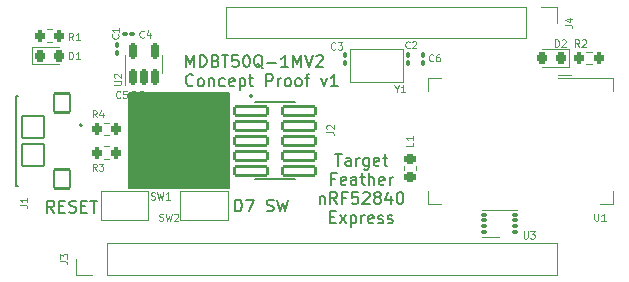
<source format=gbr>
%TF.GenerationSoftware,KiCad,Pcbnew,7.0.1-0*%
%TF.CreationDate,2024-01-09T13:00:13-05:00*%
%TF.ProjectId,nRF52_sandbox,6e524635-325f-4736-916e-64626f782e6b,rev?*%
%TF.SameCoordinates,Original*%
%TF.FileFunction,Legend,Top*%
%TF.FilePolarity,Positive*%
%FSLAX46Y46*%
G04 Gerber Fmt 4.6, Leading zero omitted, Abs format (unit mm)*
G04 Created by KiCad (PCBNEW 7.0.1-0) date 2024-01-09 13:00:13*
%MOMM*%
%LPD*%
G01*
G04 APERTURE LIST*
G04 Aperture macros list*
%AMRoundRect*
0 Rectangle with rounded corners*
0 $1 Rounding radius*
0 $2 $3 $4 $5 $6 $7 $8 $9 X,Y pos of 4 corners*
0 Add a 4 corners polygon primitive as box body*
4,1,4,$2,$3,$4,$5,$6,$7,$8,$9,$2,$3,0*
0 Add four circle primitives for the rounded corners*
1,1,$1+$1,$2,$3*
1,1,$1+$1,$4,$5*
1,1,$1+$1,$6,$7*
1,1,$1+$1,$8,$9*
0 Add four rect primitives between the rounded corners*
20,1,$1+$1,$2,$3,$4,$5,0*
20,1,$1+$1,$4,$5,$6,$7,0*
20,1,$1+$1,$6,$7,$8,$9,0*
20,1,$1+$1,$8,$9,$2,$3,0*%
G04 Aperture macros list end*
%ADD10C,0.150000*%
%ADD11C,0.100000*%
%ADD12C,0.120000*%
%ADD13C,0.200000*%
%ADD14C,0.127000*%
%ADD15RoundRect,0.200000X-0.200000X-0.275000X0.200000X-0.275000X0.200000X0.275000X-0.200000X0.275000X0*%
%ADD16R,1.700000X1.700000*%
%ADD17O,1.700000X1.700000*%
%ADD18RoundRect,0.150000X0.150000X-0.512500X0.150000X0.512500X-0.150000X0.512500X-0.150000X-0.512500X0*%
%ADD19RoundRect,0.100000X0.100000X-0.130000X0.100000X0.130000X-0.100000X0.130000X-0.100000X-0.130000X0*%
%ADD20RoundRect,0.218750X0.256250X-0.218750X0.256250X0.218750X-0.256250X0.218750X-0.256250X-0.218750X0*%
%ADD21RoundRect,0.100000X-0.130000X-0.100000X0.130000X-0.100000X0.130000X0.100000X-0.130000X0.100000X0*%
%ADD22R,0.800000X1.700000*%
%ADD23RoundRect,0.102000X-1.395000X0.370000X-1.395000X-0.370000X1.395000X-0.370000X1.395000X0.370000X0*%
%ADD24R,1.350000X0.400000*%
%ADD25O,2.004000X1.104000*%
%ADD26RoundRect,0.102000X-0.700000X0.800000X-0.700000X-0.800000X0.700000X-0.800000X0.700000X0.800000X0*%
%ADD27RoundRect,0.102000X-0.950000X0.950000X-0.950000X-0.950000X0.950000X-0.950000X0.950000X0.950000X0*%
%ADD28RoundRect,0.087500X0.175000X0.087500X-0.175000X0.087500X-0.175000X-0.087500X0.175000X-0.087500X0*%
%ADD29R,0.400000X0.600000*%
%ADD30R,0.600000X0.400000*%
%ADD31R,1.000000X1.800000*%
%ADD32RoundRect,0.100000X0.130000X0.100000X-0.130000X0.100000X-0.130000X-0.100000X0.130000X-0.100000X0*%
%ADD33RoundRect,0.218750X-0.218750X-0.256250X0.218750X-0.256250X0.218750X0.256250X-0.218750X0.256250X0*%
%ADD34RoundRect,0.100000X-0.100000X0.130000X-0.100000X-0.130000X0.100000X-0.130000X0.100000X0.130000X0*%
%ADD35RoundRect,0.218750X0.218750X0.256250X-0.218750X0.256250X-0.218750X-0.256250X0.218750X-0.256250X0*%
G04 APERTURE END LIST*
D10*
X108638095Y-94477619D02*
X108638095Y-93477619D01*
X108638095Y-93477619D02*
X108876190Y-93477619D01*
X108876190Y-93477619D02*
X109019047Y-93525238D01*
X109019047Y-93525238D02*
X109114285Y-93620476D01*
X109114285Y-93620476D02*
X109161904Y-93715714D01*
X109161904Y-93715714D02*
X109209523Y-93906190D01*
X109209523Y-93906190D02*
X109209523Y-94049047D01*
X109209523Y-94049047D02*
X109161904Y-94239523D01*
X109161904Y-94239523D02*
X109114285Y-94334761D01*
X109114285Y-94334761D02*
X109019047Y-94430000D01*
X109019047Y-94430000D02*
X108876190Y-94477619D01*
X108876190Y-94477619D02*
X108638095Y-94477619D01*
X109542857Y-93477619D02*
X110209523Y-93477619D01*
X110209523Y-93477619D02*
X109780952Y-94477619D01*
X111304762Y-94430000D02*
X111447619Y-94477619D01*
X111447619Y-94477619D02*
X111685714Y-94477619D01*
X111685714Y-94477619D02*
X111780952Y-94430000D01*
X111780952Y-94430000D02*
X111828571Y-94382380D01*
X111828571Y-94382380D02*
X111876190Y-94287142D01*
X111876190Y-94287142D02*
X111876190Y-94191904D01*
X111876190Y-94191904D02*
X111828571Y-94096666D01*
X111828571Y-94096666D02*
X111780952Y-94049047D01*
X111780952Y-94049047D02*
X111685714Y-94001428D01*
X111685714Y-94001428D02*
X111495238Y-93953809D01*
X111495238Y-93953809D02*
X111400000Y-93906190D01*
X111400000Y-93906190D02*
X111352381Y-93858571D01*
X111352381Y-93858571D02*
X111304762Y-93763333D01*
X111304762Y-93763333D02*
X111304762Y-93668095D01*
X111304762Y-93668095D02*
X111352381Y-93572857D01*
X111352381Y-93572857D02*
X111400000Y-93525238D01*
X111400000Y-93525238D02*
X111495238Y-93477619D01*
X111495238Y-93477619D02*
X111733333Y-93477619D01*
X111733333Y-93477619D02*
X111876190Y-93525238D01*
X112209524Y-93477619D02*
X112447619Y-94477619D01*
X112447619Y-94477619D02*
X112638095Y-93763333D01*
X112638095Y-93763333D02*
X112828571Y-94477619D01*
X112828571Y-94477619D02*
X113066667Y-93477619D01*
X93309523Y-94577619D02*
X92976190Y-94101428D01*
X92738095Y-94577619D02*
X92738095Y-93577619D01*
X92738095Y-93577619D02*
X93119047Y-93577619D01*
X93119047Y-93577619D02*
X93214285Y-93625238D01*
X93214285Y-93625238D02*
X93261904Y-93672857D01*
X93261904Y-93672857D02*
X93309523Y-93768095D01*
X93309523Y-93768095D02*
X93309523Y-93910952D01*
X93309523Y-93910952D02*
X93261904Y-94006190D01*
X93261904Y-94006190D02*
X93214285Y-94053809D01*
X93214285Y-94053809D02*
X93119047Y-94101428D01*
X93119047Y-94101428D02*
X92738095Y-94101428D01*
X93738095Y-94053809D02*
X94071428Y-94053809D01*
X94214285Y-94577619D02*
X93738095Y-94577619D01*
X93738095Y-94577619D02*
X93738095Y-93577619D01*
X93738095Y-93577619D02*
X94214285Y-93577619D01*
X94595238Y-94530000D02*
X94738095Y-94577619D01*
X94738095Y-94577619D02*
X94976190Y-94577619D01*
X94976190Y-94577619D02*
X95071428Y-94530000D01*
X95071428Y-94530000D02*
X95119047Y-94482380D01*
X95119047Y-94482380D02*
X95166666Y-94387142D01*
X95166666Y-94387142D02*
X95166666Y-94291904D01*
X95166666Y-94291904D02*
X95119047Y-94196666D01*
X95119047Y-94196666D02*
X95071428Y-94149047D01*
X95071428Y-94149047D02*
X94976190Y-94101428D01*
X94976190Y-94101428D02*
X94785714Y-94053809D01*
X94785714Y-94053809D02*
X94690476Y-94006190D01*
X94690476Y-94006190D02*
X94642857Y-93958571D01*
X94642857Y-93958571D02*
X94595238Y-93863333D01*
X94595238Y-93863333D02*
X94595238Y-93768095D01*
X94595238Y-93768095D02*
X94642857Y-93672857D01*
X94642857Y-93672857D02*
X94690476Y-93625238D01*
X94690476Y-93625238D02*
X94785714Y-93577619D01*
X94785714Y-93577619D02*
X95023809Y-93577619D01*
X95023809Y-93577619D02*
X95166666Y-93625238D01*
X95595238Y-94053809D02*
X95928571Y-94053809D01*
X96071428Y-94577619D02*
X95595238Y-94577619D01*
X95595238Y-94577619D02*
X95595238Y-93577619D01*
X95595238Y-93577619D02*
X96071428Y-93577619D01*
X96357143Y-93577619D02*
X96928571Y-93577619D01*
X96642857Y-94577619D02*
X96642857Y-93577619D01*
X99625000Y-84500000D02*
X108125000Y-84500000D01*
X108125000Y-92500000D01*
X99625000Y-92500000D01*
X99625000Y-84500000D01*
G36*
X99625000Y-84500000D02*
G01*
X108125000Y-84500000D01*
X108125000Y-92500000D01*
X99625000Y-92500000D01*
X99625000Y-84500000D01*
G37*
X117085714Y-89617619D02*
X117657142Y-89617619D01*
X117371428Y-90617619D02*
X117371428Y-89617619D01*
X118419047Y-90617619D02*
X118419047Y-90093809D01*
X118419047Y-90093809D02*
X118371428Y-89998571D01*
X118371428Y-89998571D02*
X118276190Y-89950952D01*
X118276190Y-89950952D02*
X118085714Y-89950952D01*
X118085714Y-89950952D02*
X117990476Y-89998571D01*
X118419047Y-90570000D02*
X118323809Y-90617619D01*
X118323809Y-90617619D02*
X118085714Y-90617619D01*
X118085714Y-90617619D02*
X117990476Y-90570000D01*
X117990476Y-90570000D02*
X117942857Y-90474761D01*
X117942857Y-90474761D02*
X117942857Y-90379523D01*
X117942857Y-90379523D02*
X117990476Y-90284285D01*
X117990476Y-90284285D02*
X118085714Y-90236666D01*
X118085714Y-90236666D02*
X118323809Y-90236666D01*
X118323809Y-90236666D02*
X118419047Y-90189047D01*
X118895238Y-90617619D02*
X118895238Y-89950952D01*
X118895238Y-90141428D02*
X118942857Y-90046190D01*
X118942857Y-90046190D02*
X118990476Y-89998571D01*
X118990476Y-89998571D02*
X119085714Y-89950952D01*
X119085714Y-89950952D02*
X119180952Y-89950952D01*
X119942857Y-89950952D02*
X119942857Y-90760476D01*
X119942857Y-90760476D02*
X119895238Y-90855714D01*
X119895238Y-90855714D02*
X119847619Y-90903333D01*
X119847619Y-90903333D02*
X119752381Y-90950952D01*
X119752381Y-90950952D02*
X119609524Y-90950952D01*
X119609524Y-90950952D02*
X119514286Y-90903333D01*
X119942857Y-90570000D02*
X119847619Y-90617619D01*
X119847619Y-90617619D02*
X119657143Y-90617619D01*
X119657143Y-90617619D02*
X119561905Y-90570000D01*
X119561905Y-90570000D02*
X119514286Y-90522380D01*
X119514286Y-90522380D02*
X119466667Y-90427142D01*
X119466667Y-90427142D02*
X119466667Y-90141428D01*
X119466667Y-90141428D02*
X119514286Y-90046190D01*
X119514286Y-90046190D02*
X119561905Y-89998571D01*
X119561905Y-89998571D02*
X119657143Y-89950952D01*
X119657143Y-89950952D02*
X119847619Y-89950952D01*
X119847619Y-89950952D02*
X119942857Y-89998571D01*
X120800000Y-90570000D02*
X120704762Y-90617619D01*
X120704762Y-90617619D02*
X120514286Y-90617619D01*
X120514286Y-90617619D02*
X120419048Y-90570000D01*
X120419048Y-90570000D02*
X120371429Y-90474761D01*
X120371429Y-90474761D02*
X120371429Y-90093809D01*
X120371429Y-90093809D02*
X120419048Y-89998571D01*
X120419048Y-89998571D02*
X120514286Y-89950952D01*
X120514286Y-89950952D02*
X120704762Y-89950952D01*
X120704762Y-89950952D02*
X120800000Y-89998571D01*
X120800000Y-89998571D02*
X120847619Y-90093809D01*
X120847619Y-90093809D02*
X120847619Y-90189047D01*
X120847619Y-90189047D02*
X120371429Y-90284285D01*
X121133334Y-89950952D02*
X121514286Y-89950952D01*
X121276191Y-89617619D02*
X121276191Y-90474761D01*
X121276191Y-90474761D02*
X121323810Y-90570000D01*
X121323810Y-90570000D02*
X121419048Y-90617619D01*
X121419048Y-90617619D02*
X121514286Y-90617619D01*
X117085713Y-91713809D02*
X116752380Y-91713809D01*
X116752380Y-92237619D02*
X116752380Y-91237619D01*
X116752380Y-91237619D02*
X117228570Y-91237619D01*
X117990475Y-92190000D02*
X117895237Y-92237619D01*
X117895237Y-92237619D02*
X117704761Y-92237619D01*
X117704761Y-92237619D02*
X117609523Y-92190000D01*
X117609523Y-92190000D02*
X117561904Y-92094761D01*
X117561904Y-92094761D02*
X117561904Y-91713809D01*
X117561904Y-91713809D02*
X117609523Y-91618571D01*
X117609523Y-91618571D02*
X117704761Y-91570952D01*
X117704761Y-91570952D02*
X117895237Y-91570952D01*
X117895237Y-91570952D02*
X117990475Y-91618571D01*
X117990475Y-91618571D02*
X118038094Y-91713809D01*
X118038094Y-91713809D02*
X118038094Y-91809047D01*
X118038094Y-91809047D02*
X117561904Y-91904285D01*
X118895237Y-92237619D02*
X118895237Y-91713809D01*
X118895237Y-91713809D02*
X118847618Y-91618571D01*
X118847618Y-91618571D02*
X118752380Y-91570952D01*
X118752380Y-91570952D02*
X118561904Y-91570952D01*
X118561904Y-91570952D02*
X118466666Y-91618571D01*
X118895237Y-92190000D02*
X118799999Y-92237619D01*
X118799999Y-92237619D02*
X118561904Y-92237619D01*
X118561904Y-92237619D02*
X118466666Y-92190000D01*
X118466666Y-92190000D02*
X118419047Y-92094761D01*
X118419047Y-92094761D02*
X118419047Y-91999523D01*
X118419047Y-91999523D02*
X118466666Y-91904285D01*
X118466666Y-91904285D02*
X118561904Y-91856666D01*
X118561904Y-91856666D02*
X118799999Y-91856666D01*
X118799999Y-91856666D02*
X118895237Y-91809047D01*
X119228571Y-91570952D02*
X119609523Y-91570952D01*
X119371428Y-91237619D02*
X119371428Y-92094761D01*
X119371428Y-92094761D02*
X119419047Y-92190000D01*
X119419047Y-92190000D02*
X119514285Y-92237619D01*
X119514285Y-92237619D02*
X119609523Y-92237619D01*
X119942857Y-92237619D02*
X119942857Y-91237619D01*
X120371428Y-92237619D02*
X120371428Y-91713809D01*
X120371428Y-91713809D02*
X120323809Y-91618571D01*
X120323809Y-91618571D02*
X120228571Y-91570952D01*
X120228571Y-91570952D02*
X120085714Y-91570952D01*
X120085714Y-91570952D02*
X119990476Y-91618571D01*
X119990476Y-91618571D02*
X119942857Y-91666190D01*
X121228571Y-92190000D02*
X121133333Y-92237619D01*
X121133333Y-92237619D02*
X120942857Y-92237619D01*
X120942857Y-92237619D02*
X120847619Y-92190000D01*
X120847619Y-92190000D02*
X120800000Y-92094761D01*
X120800000Y-92094761D02*
X120800000Y-91713809D01*
X120800000Y-91713809D02*
X120847619Y-91618571D01*
X120847619Y-91618571D02*
X120942857Y-91570952D01*
X120942857Y-91570952D02*
X121133333Y-91570952D01*
X121133333Y-91570952D02*
X121228571Y-91618571D01*
X121228571Y-91618571D02*
X121276190Y-91713809D01*
X121276190Y-91713809D02*
X121276190Y-91809047D01*
X121276190Y-91809047D02*
X120800000Y-91904285D01*
X121704762Y-92237619D02*
X121704762Y-91570952D01*
X121704762Y-91761428D02*
X121752381Y-91666190D01*
X121752381Y-91666190D02*
X121800000Y-91618571D01*
X121800000Y-91618571D02*
X121895238Y-91570952D01*
X121895238Y-91570952D02*
X121990476Y-91570952D01*
X115776190Y-93190952D02*
X115776190Y-93857619D01*
X115776190Y-93286190D02*
X115823809Y-93238571D01*
X115823809Y-93238571D02*
X115919047Y-93190952D01*
X115919047Y-93190952D02*
X116061904Y-93190952D01*
X116061904Y-93190952D02*
X116157142Y-93238571D01*
X116157142Y-93238571D02*
X116204761Y-93333809D01*
X116204761Y-93333809D02*
X116204761Y-93857619D01*
X117252380Y-93857619D02*
X116919047Y-93381428D01*
X116680952Y-93857619D02*
X116680952Y-92857619D01*
X116680952Y-92857619D02*
X117061904Y-92857619D01*
X117061904Y-92857619D02*
X117157142Y-92905238D01*
X117157142Y-92905238D02*
X117204761Y-92952857D01*
X117204761Y-92952857D02*
X117252380Y-93048095D01*
X117252380Y-93048095D02*
X117252380Y-93190952D01*
X117252380Y-93190952D02*
X117204761Y-93286190D01*
X117204761Y-93286190D02*
X117157142Y-93333809D01*
X117157142Y-93333809D02*
X117061904Y-93381428D01*
X117061904Y-93381428D02*
X116680952Y-93381428D01*
X118014285Y-93333809D02*
X117680952Y-93333809D01*
X117680952Y-93857619D02*
X117680952Y-92857619D01*
X117680952Y-92857619D02*
X118157142Y-92857619D01*
X119014285Y-92857619D02*
X118538095Y-92857619D01*
X118538095Y-92857619D02*
X118490476Y-93333809D01*
X118490476Y-93333809D02*
X118538095Y-93286190D01*
X118538095Y-93286190D02*
X118633333Y-93238571D01*
X118633333Y-93238571D02*
X118871428Y-93238571D01*
X118871428Y-93238571D02*
X118966666Y-93286190D01*
X118966666Y-93286190D02*
X119014285Y-93333809D01*
X119014285Y-93333809D02*
X119061904Y-93429047D01*
X119061904Y-93429047D02*
X119061904Y-93667142D01*
X119061904Y-93667142D02*
X119014285Y-93762380D01*
X119014285Y-93762380D02*
X118966666Y-93810000D01*
X118966666Y-93810000D02*
X118871428Y-93857619D01*
X118871428Y-93857619D02*
X118633333Y-93857619D01*
X118633333Y-93857619D02*
X118538095Y-93810000D01*
X118538095Y-93810000D02*
X118490476Y-93762380D01*
X119442857Y-92952857D02*
X119490476Y-92905238D01*
X119490476Y-92905238D02*
X119585714Y-92857619D01*
X119585714Y-92857619D02*
X119823809Y-92857619D01*
X119823809Y-92857619D02*
X119919047Y-92905238D01*
X119919047Y-92905238D02*
X119966666Y-92952857D01*
X119966666Y-92952857D02*
X120014285Y-93048095D01*
X120014285Y-93048095D02*
X120014285Y-93143333D01*
X120014285Y-93143333D02*
X119966666Y-93286190D01*
X119966666Y-93286190D02*
X119395238Y-93857619D01*
X119395238Y-93857619D02*
X120014285Y-93857619D01*
X120585714Y-93286190D02*
X120490476Y-93238571D01*
X120490476Y-93238571D02*
X120442857Y-93190952D01*
X120442857Y-93190952D02*
X120395238Y-93095714D01*
X120395238Y-93095714D02*
X120395238Y-93048095D01*
X120395238Y-93048095D02*
X120442857Y-92952857D01*
X120442857Y-92952857D02*
X120490476Y-92905238D01*
X120490476Y-92905238D02*
X120585714Y-92857619D01*
X120585714Y-92857619D02*
X120776190Y-92857619D01*
X120776190Y-92857619D02*
X120871428Y-92905238D01*
X120871428Y-92905238D02*
X120919047Y-92952857D01*
X120919047Y-92952857D02*
X120966666Y-93048095D01*
X120966666Y-93048095D02*
X120966666Y-93095714D01*
X120966666Y-93095714D02*
X120919047Y-93190952D01*
X120919047Y-93190952D02*
X120871428Y-93238571D01*
X120871428Y-93238571D02*
X120776190Y-93286190D01*
X120776190Y-93286190D02*
X120585714Y-93286190D01*
X120585714Y-93286190D02*
X120490476Y-93333809D01*
X120490476Y-93333809D02*
X120442857Y-93381428D01*
X120442857Y-93381428D02*
X120395238Y-93476666D01*
X120395238Y-93476666D02*
X120395238Y-93667142D01*
X120395238Y-93667142D02*
X120442857Y-93762380D01*
X120442857Y-93762380D02*
X120490476Y-93810000D01*
X120490476Y-93810000D02*
X120585714Y-93857619D01*
X120585714Y-93857619D02*
X120776190Y-93857619D01*
X120776190Y-93857619D02*
X120871428Y-93810000D01*
X120871428Y-93810000D02*
X120919047Y-93762380D01*
X120919047Y-93762380D02*
X120966666Y-93667142D01*
X120966666Y-93667142D02*
X120966666Y-93476666D01*
X120966666Y-93476666D02*
X120919047Y-93381428D01*
X120919047Y-93381428D02*
X120871428Y-93333809D01*
X120871428Y-93333809D02*
X120776190Y-93286190D01*
X121823809Y-93190952D02*
X121823809Y-93857619D01*
X121585714Y-92810000D02*
X121347619Y-93524285D01*
X121347619Y-93524285D02*
X121966666Y-93524285D01*
X122538095Y-92857619D02*
X122633333Y-92857619D01*
X122633333Y-92857619D02*
X122728571Y-92905238D01*
X122728571Y-92905238D02*
X122776190Y-92952857D01*
X122776190Y-92952857D02*
X122823809Y-93048095D01*
X122823809Y-93048095D02*
X122871428Y-93238571D01*
X122871428Y-93238571D02*
X122871428Y-93476666D01*
X122871428Y-93476666D02*
X122823809Y-93667142D01*
X122823809Y-93667142D02*
X122776190Y-93762380D01*
X122776190Y-93762380D02*
X122728571Y-93810000D01*
X122728571Y-93810000D02*
X122633333Y-93857619D01*
X122633333Y-93857619D02*
X122538095Y-93857619D01*
X122538095Y-93857619D02*
X122442857Y-93810000D01*
X122442857Y-93810000D02*
X122395238Y-93762380D01*
X122395238Y-93762380D02*
X122347619Y-93667142D01*
X122347619Y-93667142D02*
X122300000Y-93476666D01*
X122300000Y-93476666D02*
X122300000Y-93238571D01*
X122300000Y-93238571D02*
X122347619Y-93048095D01*
X122347619Y-93048095D02*
X122395238Y-92952857D01*
X122395238Y-92952857D02*
X122442857Y-92905238D01*
X122442857Y-92905238D02*
X122538095Y-92857619D01*
X116680952Y-94953809D02*
X117014285Y-94953809D01*
X117157142Y-95477619D02*
X116680952Y-95477619D01*
X116680952Y-95477619D02*
X116680952Y-94477619D01*
X116680952Y-94477619D02*
X117157142Y-94477619D01*
X117490476Y-95477619D02*
X118014285Y-94810952D01*
X117490476Y-94810952D02*
X118014285Y-95477619D01*
X118395238Y-94810952D02*
X118395238Y-95810952D01*
X118395238Y-94858571D02*
X118490476Y-94810952D01*
X118490476Y-94810952D02*
X118680952Y-94810952D01*
X118680952Y-94810952D02*
X118776190Y-94858571D01*
X118776190Y-94858571D02*
X118823809Y-94906190D01*
X118823809Y-94906190D02*
X118871428Y-95001428D01*
X118871428Y-95001428D02*
X118871428Y-95287142D01*
X118871428Y-95287142D02*
X118823809Y-95382380D01*
X118823809Y-95382380D02*
X118776190Y-95430000D01*
X118776190Y-95430000D02*
X118680952Y-95477619D01*
X118680952Y-95477619D02*
X118490476Y-95477619D01*
X118490476Y-95477619D02*
X118395238Y-95430000D01*
X119300000Y-95477619D02*
X119300000Y-94810952D01*
X119300000Y-95001428D02*
X119347619Y-94906190D01*
X119347619Y-94906190D02*
X119395238Y-94858571D01*
X119395238Y-94858571D02*
X119490476Y-94810952D01*
X119490476Y-94810952D02*
X119585714Y-94810952D01*
X120300000Y-95430000D02*
X120204762Y-95477619D01*
X120204762Y-95477619D02*
X120014286Y-95477619D01*
X120014286Y-95477619D02*
X119919048Y-95430000D01*
X119919048Y-95430000D02*
X119871429Y-95334761D01*
X119871429Y-95334761D02*
X119871429Y-94953809D01*
X119871429Y-94953809D02*
X119919048Y-94858571D01*
X119919048Y-94858571D02*
X120014286Y-94810952D01*
X120014286Y-94810952D02*
X120204762Y-94810952D01*
X120204762Y-94810952D02*
X120300000Y-94858571D01*
X120300000Y-94858571D02*
X120347619Y-94953809D01*
X120347619Y-94953809D02*
X120347619Y-95049047D01*
X120347619Y-95049047D02*
X119871429Y-95144285D01*
X120728572Y-95430000D02*
X120823810Y-95477619D01*
X120823810Y-95477619D02*
X121014286Y-95477619D01*
X121014286Y-95477619D02*
X121109524Y-95430000D01*
X121109524Y-95430000D02*
X121157143Y-95334761D01*
X121157143Y-95334761D02*
X121157143Y-95287142D01*
X121157143Y-95287142D02*
X121109524Y-95191904D01*
X121109524Y-95191904D02*
X121014286Y-95144285D01*
X121014286Y-95144285D02*
X120871429Y-95144285D01*
X120871429Y-95144285D02*
X120776191Y-95096666D01*
X120776191Y-95096666D02*
X120728572Y-95001428D01*
X120728572Y-95001428D02*
X120728572Y-94953809D01*
X120728572Y-94953809D02*
X120776191Y-94858571D01*
X120776191Y-94858571D02*
X120871429Y-94810952D01*
X120871429Y-94810952D02*
X121014286Y-94810952D01*
X121014286Y-94810952D02*
X121109524Y-94858571D01*
X121538096Y-95430000D02*
X121633334Y-95477619D01*
X121633334Y-95477619D02*
X121823810Y-95477619D01*
X121823810Y-95477619D02*
X121919048Y-95430000D01*
X121919048Y-95430000D02*
X121966667Y-95334761D01*
X121966667Y-95334761D02*
X121966667Y-95287142D01*
X121966667Y-95287142D02*
X121919048Y-95191904D01*
X121919048Y-95191904D02*
X121823810Y-95144285D01*
X121823810Y-95144285D02*
X121680953Y-95144285D01*
X121680953Y-95144285D02*
X121585715Y-95096666D01*
X121585715Y-95096666D02*
X121538096Y-95001428D01*
X121538096Y-95001428D02*
X121538096Y-94953809D01*
X121538096Y-94953809D02*
X121585715Y-94858571D01*
X121585715Y-94858571D02*
X121680953Y-94810952D01*
X121680953Y-94810952D02*
X121823810Y-94810952D01*
X121823810Y-94810952D02*
X121919048Y-94858571D01*
X104488095Y-82257619D02*
X104488095Y-81257619D01*
X104488095Y-81257619D02*
X104821428Y-81971904D01*
X104821428Y-81971904D02*
X105154761Y-81257619D01*
X105154761Y-81257619D02*
X105154761Y-82257619D01*
X105630952Y-82257619D02*
X105630952Y-81257619D01*
X105630952Y-81257619D02*
X105869047Y-81257619D01*
X105869047Y-81257619D02*
X106011904Y-81305238D01*
X106011904Y-81305238D02*
X106107142Y-81400476D01*
X106107142Y-81400476D02*
X106154761Y-81495714D01*
X106154761Y-81495714D02*
X106202380Y-81686190D01*
X106202380Y-81686190D02*
X106202380Y-81829047D01*
X106202380Y-81829047D02*
X106154761Y-82019523D01*
X106154761Y-82019523D02*
X106107142Y-82114761D01*
X106107142Y-82114761D02*
X106011904Y-82210000D01*
X106011904Y-82210000D02*
X105869047Y-82257619D01*
X105869047Y-82257619D02*
X105630952Y-82257619D01*
X106964285Y-81733809D02*
X107107142Y-81781428D01*
X107107142Y-81781428D02*
X107154761Y-81829047D01*
X107154761Y-81829047D02*
X107202380Y-81924285D01*
X107202380Y-81924285D02*
X107202380Y-82067142D01*
X107202380Y-82067142D02*
X107154761Y-82162380D01*
X107154761Y-82162380D02*
X107107142Y-82210000D01*
X107107142Y-82210000D02*
X107011904Y-82257619D01*
X107011904Y-82257619D02*
X106630952Y-82257619D01*
X106630952Y-82257619D02*
X106630952Y-81257619D01*
X106630952Y-81257619D02*
X106964285Y-81257619D01*
X106964285Y-81257619D02*
X107059523Y-81305238D01*
X107059523Y-81305238D02*
X107107142Y-81352857D01*
X107107142Y-81352857D02*
X107154761Y-81448095D01*
X107154761Y-81448095D02*
X107154761Y-81543333D01*
X107154761Y-81543333D02*
X107107142Y-81638571D01*
X107107142Y-81638571D02*
X107059523Y-81686190D01*
X107059523Y-81686190D02*
X106964285Y-81733809D01*
X106964285Y-81733809D02*
X106630952Y-81733809D01*
X107488095Y-81257619D02*
X108059523Y-81257619D01*
X107773809Y-82257619D02*
X107773809Y-81257619D01*
X108869047Y-81257619D02*
X108392857Y-81257619D01*
X108392857Y-81257619D02*
X108345238Y-81733809D01*
X108345238Y-81733809D02*
X108392857Y-81686190D01*
X108392857Y-81686190D02*
X108488095Y-81638571D01*
X108488095Y-81638571D02*
X108726190Y-81638571D01*
X108726190Y-81638571D02*
X108821428Y-81686190D01*
X108821428Y-81686190D02*
X108869047Y-81733809D01*
X108869047Y-81733809D02*
X108916666Y-81829047D01*
X108916666Y-81829047D02*
X108916666Y-82067142D01*
X108916666Y-82067142D02*
X108869047Y-82162380D01*
X108869047Y-82162380D02*
X108821428Y-82210000D01*
X108821428Y-82210000D02*
X108726190Y-82257619D01*
X108726190Y-82257619D02*
X108488095Y-82257619D01*
X108488095Y-82257619D02*
X108392857Y-82210000D01*
X108392857Y-82210000D02*
X108345238Y-82162380D01*
X109535714Y-81257619D02*
X109630952Y-81257619D01*
X109630952Y-81257619D02*
X109726190Y-81305238D01*
X109726190Y-81305238D02*
X109773809Y-81352857D01*
X109773809Y-81352857D02*
X109821428Y-81448095D01*
X109821428Y-81448095D02*
X109869047Y-81638571D01*
X109869047Y-81638571D02*
X109869047Y-81876666D01*
X109869047Y-81876666D02*
X109821428Y-82067142D01*
X109821428Y-82067142D02*
X109773809Y-82162380D01*
X109773809Y-82162380D02*
X109726190Y-82210000D01*
X109726190Y-82210000D02*
X109630952Y-82257619D01*
X109630952Y-82257619D02*
X109535714Y-82257619D01*
X109535714Y-82257619D02*
X109440476Y-82210000D01*
X109440476Y-82210000D02*
X109392857Y-82162380D01*
X109392857Y-82162380D02*
X109345238Y-82067142D01*
X109345238Y-82067142D02*
X109297619Y-81876666D01*
X109297619Y-81876666D02*
X109297619Y-81638571D01*
X109297619Y-81638571D02*
X109345238Y-81448095D01*
X109345238Y-81448095D02*
X109392857Y-81352857D01*
X109392857Y-81352857D02*
X109440476Y-81305238D01*
X109440476Y-81305238D02*
X109535714Y-81257619D01*
X110964285Y-82352857D02*
X110869047Y-82305238D01*
X110869047Y-82305238D02*
X110773809Y-82210000D01*
X110773809Y-82210000D02*
X110630952Y-82067142D01*
X110630952Y-82067142D02*
X110535714Y-82019523D01*
X110535714Y-82019523D02*
X110440476Y-82019523D01*
X110488095Y-82257619D02*
X110392857Y-82210000D01*
X110392857Y-82210000D02*
X110297619Y-82114761D01*
X110297619Y-82114761D02*
X110250000Y-81924285D01*
X110250000Y-81924285D02*
X110250000Y-81590952D01*
X110250000Y-81590952D02*
X110297619Y-81400476D01*
X110297619Y-81400476D02*
X110392857Y-81305238D01*
X110392857Y-81305238D02*
X110488095Y-81257619D01*
X110488095Y-81257619D02*
X110678571Y-81257619D01*
X110678571Y-81257619D02*
X110773809Y-81305238D01*
X110773809Y-81305238D02*
X110869047Y-81400476D01*
X110869047Y-81400476D02*
X110916666Y-81590952D01*
X110916666Y-81590952D02*
X110916666Y-81924285D01*
X110916666Y-81924285D02*
X110869047Y-82114761D01*
X110869047Y-82114761D02*
X110773809Y-82210000D01*
X110773809Y-82210000D02*
X110678571Y-82257619D01*
X110678571Y-82257619D02*
X110488095Y-82257619D01*
X111345238Y-81876666D02*
X112107143Y-81876666D01*
X113107142Y-82257619D02*
X112535714Y-82257619D01*
X112821428Y-82257619D02*
X112821428Y-81257619D01*
X112821428Y-81257619D02*
X112726190Y-81400476D01*
X112726190Y-81400476D02*
X112630952Y-81495714D01*
X112630952Y-81495714D02*
X112535714Y-81543333D01*
X113535714Y-82257619D02*
X113535714Y-81257619D01*
X113535714Y-81257619D02*
X113869047Y-81971904D01*
X113869047Y-81971904D02*
X114202380Y-81257619D01*
X114202380Y-81257619D02*
X114202380Y-82257619D01*
X114535714Y-81257619D02*
X114869047Y-82257619D01*
X114869047Y-82257619D02*
X115202380Y-81257619D01*
X115488095Y-81352857D02*
X115535714Y-81305238D01*
X115535714Y-81305238D02*
X115630952Y-81257619D01*
X115630952Y-81257619D02*
X115869047Y-81257619D01*
X115869047Y-81257619D02*
X115964285Y-81305238D01*
X115964285Y-81305238D02*
X116011904Y-81352857D01*
X116011904Y-81352857D02*
X116059523Y-81448095D01*
X116059523Y-81448095D02*
X116059523Y-81543333D01*
X116059523Y-81543333D02*
X116011904Y-81686190D01*
X116011904Y-81686190D02*
X115440476Y-82257619D01*
X115440476Y-82257619D02*
X116059523Y-82257619D01*
X105059523Y-83782380D02*
X105011904Y-83830000D01*
X105011904Y-83830000D02*
X104869047Y-83877619D01*
X104869047Y-83877619D02*
X104773809Y-83877619D01*
X104773809Y-83877619D02*
X104630952Y-83830000D01*
X104630952Y-83830000D02*
X104535714Y-83734761D01*
X104535714Y-83734761D02*
X104488095Y-83639523D01*
X104488095Y-83639523D02*
X104440476Y-83449047D01*
X104440476Y-83449047D02*
X104440476Y-83306190D01*
X104440476Y-83306190D02*
X104488095Y-83115714D01*
X104488095Y-83115714D02*
X104535714Y-83020476D01*
X104535714Y-83020476D02*
X104630952Y-82925238D01*
X104630952Y-82925238D02*
X104773809Y-82877619D01*
X104773809Y-82877619D02*
X104869047Y-82877619D01*
X104869047Y-82877619D02*
X105011904Y-82925238D01*
X105011904Y-82925238D02*
X105059523Y-82972857D01*
X105630952Y-83877619D02*
X105535714Y-83830000D01*
X105535714Y-83830000D02*
X105488095Y-83782380D01*
X105488095Y-83782380D02*
X105440476Y-83687142D01*
X105440476Y-83687142D02*
X105440476Y-83401428D01*
X105440476Y-83401428D02*
X105488095Y-83306190D01*
X105488095Y-83306190D02*
X105535714Y-83258571D01*
X105535714Y-83258571D02*
X105630952Y-83210952D01*
X105630952Y-83210952D02*
X105773809Y-83210952D01*
X105773809Y-83210952D02*
X105869047Y-83258571D01*
X105869047Y-83258571D02*
X105916666Y-83306190D01*
X105916666Y-83306190D02*
X105964285Y-83401428D01*
X105964285Y-83401428D02*
X105964285Y-83687142D01*
X105964285Y-83687142D02*
X105916666Y-83782380D01*
X105916666Y-83782380D02*
X105869047Y-83830000D01*
X105869047Y-83830000D02*
X105773809Y-83877619D01*
X105773809Y-83877619D02*
X105630952Y-83877619D01*
X106392857Y-83210952D02*
X106392857Y-83877619D01*
X106392857Y-83306190D02*
X106440476Y-83258571D01*
X106440476Y-83258571D02*
X106535714Y-83210952D01*
X106535714Y-83210952D02*
X106678571Y-83210952D01*
X106678571Y-83210952D02*
X106773809Y-83258571D01*
X106773809Y-83258571D02*
X106821428Y-83353809D01*
X106821428Y-83353809D02*
X106821428Y-83877619D01*
X107726190Y-83830000D02*
X107630952Y-83877619D01*
X107630952Y-83877619D02*
X107440476Y-83877619D01*
X107440476Y-83877619D02*
X107345238Y-83830000D01*
X107345238Y-83830000D02*
X107297619Y-83782380D01*
X107297619Y-83782380D02*
X107250000Y-83687142D01*
X107250000Y-83687142D02*
X107250000Y-83401428D01*
X107250000Y-83401428D02*
X107297619Y-83306190D01*
X107297619Y-83306190D02*
X107345238Y-83258571D01*
X107345238Y-83258571D02*
X107440476Y-83210952D01*
X107440476Y-83210952D02*
X107630952Y-83210952D01*
X107630952Y-83210952D02*
X107726190Y-83258571D01*
X108535714Y-83830000D02*
X108440476Y-83877619D01*
X108440476Y-83877619D02*
X108250000Y-83877619D01*
X108250000Y-83877619D02*
X108154762Y-83830000D01*
X108154762Y-83830000D02*
X108107143Y-83734761D01*
X108107143Y-83734761D02*
X108107143Y-83353809D01*
X108107143Y-83353809D02*
X108154762Y-83258571D01*
X108154762Y-83258571D02*
X108250000Y-83210952D01*
X108250000Y-83210952D02*
X108440476Y-83210952D01*
X108440476Y-83210952D02*
X108535714Y-83258571D01*
X108535714Y-83258571D02*
X108583333Y-83353809D01*
X108583333Y-83353809D02*
X108583333Y-83449047D01*
X108583333Y-83449047D02*
X108107143Y-83544285D01*
X109011905Y-83210952D02*
X109011905Y-84210952D01*
X109011905Y-83258571D02*
X109107143Y-83210952D01*
X109107143Y-83210952D02*
X109297619Y-83210952D01*
X109297619Y-83210952D02*
X109392857Y-83258571D01*
X109392857Y-83258571D02*
X109440476Y-83306190D01*
X109440476Y-83306190D02*
X109488095Y-83401428D01*
X109488095Y-83401428D02*
X109488095Y-83687142D01*
X109488095Y-83687142D02*
X109440476Y-83782380D01*
X109440476Y-83782380D02*
X109392857Y-83830000D01*
X109392857Y-83830000D02*
X109297619Y-83877619D01*
X109297619Y-83877619D02*
X109107143Y-83877619D01*
X109107143Y-83877619D02*
X109011905Y-83830000D01*
X109773810Y-83210952D02*
X110154762Y-83210952D01*
X109916667Y-82877619D02*
X109916667Y-83734761D01*
X109916667Y-83734761D02*
X109964286Y-83830000D01*
X109964286Y-83830000D02*
X110059524Y-83877619D01*
X110059524Y-83877619D02*
X110154762Y-83877619D01*
X111250001Y-83877619D02*
X111250001Y-82877619D01*
X111250001Y-82877619D02*
X111630953Y-82877619D01*
X111630953Y-82877619D02*
X111726191Y-82925238D01*
X111726191Y-82925238D02*
X111773810Y-82972857D01*
X111773810Y-82972857D02*
X111821429Y-83068095D01*
X111821429Y-83068095D02*
X111821429Y-83210952D01*
X111821429Y-83210952D02*
X111773810Y-83306190D01*
X111773810Y-83306190D02*
X111726191Y-83353809D01*
X111726191Y-83353809D02*
X111630953Y-83401428D01*
X111630953Y-83401428D02*
X111250001Y-83401428D01*
X112250001Y-83877619D02*
X112250001Y-83210952D01*
X112250001Y-83401428D02*
X112297620Y-83306190D01*
X112297620Y-83306190D02*
X112345239Y-83258571D01*
X112345239Y-83258571D02*
X112440477Y-83210952D01*
X112440477Y-83210952D02*
X112535715Y-83210952D01*
X113011906Y-83877619D02*
X112916668Y-83830000D01*
X112916668Y-83830000D02*
X112869049Y-83782380D01*
X112869049Y-83782380D02*
X112821430Y-83687142D01*
X112821430Y-83687142D02*
X112821430Y-83401428D01*
X112821430Y-83401428D02*
X112869049Y-83306190D01*
X112869049Y-83306190D02*
X112916668Y-83258571D01*
X112916668Y-83258571D02*
X113011906Y-83210952D01*
X113011906Y-83210952D02*
X113154763Y-83210952D01*
X113154763Y-83210952D02*
X113250001Y-83258571D01*
X113250001Y-83258571D02*
X113297620Y-83306190D01*
X113297620Y-83306190D02*
X113345239Y-83401428D01*
X113345239Y-83401428D02*
X113345239Y-83687142D01*
X113345239Y-83687142D02*
X113297620Y-83782380D01*
X113297620Y-83782380D02*
X113250001Y-83830000D01*
X113250001Y-83830000D02*
X113154763Y-83877619D01*
X113154763Y-83877619D02*
X113011906Y-83877619D01*
X113916668Y-83877619D02*
X113821430Y-83830000D01*
X113821430Y-83830000D02*
X113773811Y-83782380D01*
X113773811Y-83782380D02*
X113726192Y-83687142D01*
X113726192Y-83687142D02*
X113726192Y-83401428D01*
X113726192Y-83401428D02*
X113773811Y-83306190D01*
X113773811Y-83306190D02*
X113821430Y-83258571D01*
X113821430Y-83258571D02*
X113916668Y-83210952D01*
X113916668Y-83210952D02*
X114059525Y-83210952D01*
X114059525Y-83210952D02*
X114154763Y-83258571D01*
X114154763Y-83258571D02*
X114202382Y-83306190D01*
X114202382Y-83306190D02*
X114250001Y-83401428D01*
X114250001Y-83401428D02*
X114250001Y-83687142D01*
X114250001Y-83687142D02*
X114202382Y-83782380D01*
X114202382Y-83782380D02*
X114154763Y-83830000D01*
X114154763Y-83830000D02*
X114059525Y-83877619D01*
X114059525Y-83877619D02*
X113916668Y-83877619D01*
X114535716Y-83210952D02*
X114916668Y-83210952D01*
X114678573Y-83877619D02*
X114678573Y-83020476D01*
X114678573Y-83020476D02*
X114726192Y-82925238D01*
X114726192Y-82925238D02*
X114821430Y-82877619D01*
X114821430Y-82877619D02*
X114916668Y-82877619D01*
X115916669Y-83210952D02*
X116154764Y-83877619D01*
X116154764Y-83877619D02*
X116392859Y-83210952D01*
X117297621Y-83877619D02*
X116726193Y-83877619D01*
X117011907Y-83877619D02*
X117011907Y-82877619D01*
X117011907Y-82877619D02*
X116916669Y-83020476D01*
X116916669Y-83020476D02*
X116821431Y-83115714D01*
X116821431Y-83115714D02*
X116726193Y-83163333D01*
D11*
%TO.C,R1*%
X94900000Y-79977571D02*
X94700000Y-79691857D01*
X94557143Y-79977571D02*
X94557143Y-79377571D01*
X94557143Y-79377571D02*
X94785714Y-79377571D01*
X94785714Y-79377571D02*
X94842857Y-79406142D01*
X94842857Y-79406142D02*
X94871428Y-79434714D01*
X94871428Y-79434714D02*
X94900000Y-79491857D01*
X94900000Y-79491857D02*
X94900000Y-79577571D01*
X94900000Y-79577571D02*
X94871428Y-79634714D01*
X94871428Y-79634714D02*
X94842857Y-79663285D01*
X94842857Y-79663285D02*
X94785714Y-79691857D01*
X94785714Y-79691857D02*
X94557143Y-79691857D01*
X95471428Y-79977571D02*
X95128571Y-79977571D01*
X95300000Y-79977571D02*
X95300000Y-79377571D01*
X95300000Y-79377571D02*
X95242857Y-79463285D01*
X95242857Y-79463285D02*
X95185714Y-79520428D01*
X95185714Y-79520428D02*
X95128571Y-79549000D01*
%TO.C,J4*%
X136557571Y-78700000D02*
X136986142Y-78700000D01*
X136986142Y-78700000D02*
X137071857Y-78728571D01*
X137071857Y-78728571D02*
X137129000Y-78785714D01*
X137129000Y-78785714D02*
X137157571Y-78871428D01*
X137157571Y-78871428D02*
X137157571Y-78928571D01*
X136757571Y-78157143D02*
X137157571Y-78157143D01*
X136529000Y-78300000D02*
X136957571Y-78442857D01*
X136957571Y-78442857D02*
X136957571Y-78071428D01*
%TO.C,U2*%
X98377571Y-83757142D02*
X98863285Y-83757142D01*
X98863285Y-83757142D02*
X98920428Y-83728571D01*
X98920428Y-83728571D02*
X98949000Y-83700000D01*
X98949000Y-83700000D02*
X98977571Y-83642857D01*
X98977571Y-83642857D02*
X98977571Y-83528571D01*
X98977571Y-83528571D02*
X98949000Y-83471428D01*
X98949000Y-83471428D02*
X98920428Y-83442857D01*
X98920428Y-83442857D02*
X98863285Y-83414285D01*
X98863285Y-83414285D02*
X98377571Y-83414285D01*
X98434714Y-83157143D02*
X98406142Y-83128571D01*
X98406142Y-83128571D02*
X98377571Y-83071429D01*
X98377571Y-83071429D02*
X98377571Y-82928571D01*
X98377571Y-82928571D02*
X98406142Y-82871429D01*
X98406142Y-82871429D02*
X98434714Y-82842857D01*
X98434714Y-82842857D02*
X98491857Y-82814286D01*
X98491857Y-82814286D02*
X98549000Y-82814286D01*
X98549000Y-82814286D02*
X98634714Y-82842857D01*
X98634714Y-82842857D02*
X98977571Y-83185714D01*
X98977571Y-83185714D02*
X98977571Y-82814286D01*
%TO.C,R4*%
X96900000Y-86527571D02*
X96700000Y-86241857D01*
X96557143Y-86527571D02*
X96557143Y-85927571D01*
X96557143Y-85927571D02*
X96785714Y-85927571D01*
X96785714Y-85927571D02*
X96842857Y-85956142D01*
X96842857Y-85956142D02*
X96871428Y-85984714D01*
X96871428Y-85984714D02*
X96900000Y-86041857D01*
X96900000Y-86041857D02*
X96900000Y-86127571D01*
X96900000Y-86127571D02*
X96871428Y-86184714D01*
X96871428Y-86184714D02*
X96842857Y-86213285D01*
X96842857Y-86213285D02*
X96785714Y-86241857D01*
X96785714Y-86241857D02*
X96557143Y-86241857D01*
X97414286Y-86127571D02*
X97414286Y-86527571D01*
X97271428Y-85899000D02*
X97128571Y-86327571D01*
X97128571Y-86327571D02*
X97500000Y-86327571D01*
%TO.C,C2*%
X123400000Y-80620428D02*
X123371428Y-80649000D01*
X123371428Y-80649000D02*
X123285714Y-80677571D01*
X123285714Y-80677571D02*
X123228571Y-80677571D01*
X123228571Y-80677571D02*
X123142857Y-80649000D01*
X123142857Y-80649000D02*
X123085714Y-80591857D01*
X123085714Y-80591857D02*
X123057143Y-80534714D01*
X123057143Y-80534714D02*
X123028571Y-80420428D01*
X123028571Y-80420428D02*
X123028571Y-80334714D01*
X123028571Y-80334714D02*
X123057143Y-80220428D01*
X123057143Y-80220428D02*
X123085714Y-80163285D01*
X123085714Y-80163285D02*
X123142857Y-80106142D01*
X123142857Y-80106142D02*
X123228571Y-80077571D01*
X123228571Y-80077571D02*
X123285714Y-80077571D01*
X123285714Y-80077571D02*
X123371428Y-80106142D01*
X123371428Y-80106142D02*
X123400000Y-80134714D01*
X123628571Y-80134714D02*
X123657143Y-80106142D01*
X123657143Y-80106142D02*
X123714286Y-80077571D01*
X123714286Y-80077571D02*
X123857143Y-80077571D01*
X123857143Y-80077571D02*
X123914286Y-80106142D01*
X123914286Y-80106142D02*
X123942857Y-80134714D01*
X123942857Y-80134714D02*
X123971428Y-80191857D01*
X123971428Y-80191857D02*
X123971428Y-80249000D01*
X123971428Y-80249000D02*
X123942857Y-80334714D01*
X123942857Y-80334714D02*
X123600000Y-80677571D01*
X123600000Y-80677571D02*
X123971428Y-80677571D01*
%TO.C,L1*%
X123677571Y-88649999D02*
X123677571Y-88935713D01*
X123677571Y-88935713D02*
X123077571Y-88935713D01*
X123677571Y-88135714D02*
X123677571Y-88478571D01*
X123677571Y-88307142D02*
X123077571Y-88307142D01*
X123077571Y-88307142D02*
X123163285Y-88364285D01*
X123163285Y-88364285D02*
X123220428Y-88421428D01*
X123220428Y-88421428D02*
X123249000Y-88478571D01*
%TO.C,C5*%
X98900000Y-84820428D02*
X98871428Y-84849000D01*
X98871428Y-84849000D02*
X98785714Y-84877571D01*
X98785714Y-84877571D02*
X98728571Y-84877571D01*
X98728571Y-84877571D02*
X98642857Y-84849000D01*
X98642857Y-84849000D02*
X98585714Y-84791857D01*
X98585714Y-84791857D02*
X98557143Y-84734714D01*
X98557143Y-84734714D02*
X98528571Y-84620428D01*
X98528571Y-84620428D02*
X98528571Y-84534714D01*
X98528571Y-84534714D02*
X98557143Y-84420428D01*
X98557143Y-84420428D02*
X98585714Y-84363285D01*
X98585714Y-84363285D02*
X98642857Y-84306142D01*
X98642857Y-84306142D02*
X98728571Y-84277571D01*
X98728571Y-84277571D02*
X98785714Y-84277571D01*
X98785714Y-84277571D02*
X98871428Y-84306142D01*
X98871428Y-84306142D02*
X98900000Y-84334714D01*
X99442857Y-84277571D02*
X99157143Y-84277571D01*
X99157143Y-84277571D02*
X99128571Y-84563285D01*
X99128571Y-84563285D02*
X99157143Y-84534714D01*
X99157143Y-84534714D02*
X99214286Y-84506142D01*
X99214286Y-84506142D02*
X99357143Y-84506142D01*
X99357143Y-84506142D02*
X99414286Y-84534714D01*
X99414286Y-84534714D02*
X99442857Y-84563285D01*
X99442857Y-84563285D02*
X99471428Y-84620428D01*
X99471428Y-84620428D02*
X99471428Y-84763285D01*
X99471428Y-84763285D02*
X99442857Y-84820428D01*
X99442857Y-84820428D02*
X99414286Y-84849000D01*
X99414286Y-84849000D02*
X99357143Y-84877571D01*
X99357143Y-84877571D02*
X99214286Y-84877571D01*
X99214286Y-84877571D02*
X99157143Y-84849000D01*
X99157143Y-84849000D02*
X99128571Y-84820428D01*
%TO.C,SW2*%
X102199999Y-95249000D02*
X102285714Y-95277571D01*
X102285714Y-95277571D02*
X102428571Y-95277571D01*
X102428571Y-95277571D02*
X102485714Y-95249000D01*
X102485714Y-95249000D02*
X102514285Y-95220428D01*
X102514285Y-95220428D02*
X102542856Y-95163285D01*
X102542856Y-95163285D02*
X102542856Y-95106142D01*
X102542856Y-95106142D02*
X102514285Y-95049000D01*
X102514285Y-95049000D02*
X102485714Y-95020428D01*
X102485714Y-95020428D02*
X102428571Y-94991857D01*
X102428571Y-94991857D02*
X102314285Y-94963285D01*
X102314285Y-94963285D02*
X102257142Y-94934714D01*
X102257142Y-94934714D02*
X102228571Y-94906142D01*
X102228571Y-94906142D02*
X102199999Y-94849000D01*
X102199999Y-94849000D02*
X102199999Y-94791857D01*
X102199999Y-94791857D02*
X102228571Y-94734714D01*
X102228571Y-94734714D02*
X102257142Y-94706142D01*
X102257142Y-94706142D02*
X102314285Y-94677571D01*
X102314285Y-94677571D02*
X102457142Y-94677571D01*
X102457142Y-94677571D02*
X102542856Y-94706142D01*
X102742857Y-94677571D02*
X102885714Y-95277571D01*
X102885714Y-95277571D02*
X103000000Y-94849000D01*
X103000000Y-94849000D02*
X103114285Y-95277571D01*
X103114285Y-95277571D02*
X103257143Y-94677571D01*
X103457142Y-94734714D02*
X103485714Y-94706142D01*
X103485714Y-94706142D02*
X103542857Y-94677571D01*
X103542857Y-94677571D02*
X103685714Y-94677571D01*
X103685714Y-94677571D02*
X103742857Y-94706142D01*
X103742857Y-94706142D02*
X103771428Y-94734714D01*
X103771428Y-94734714D02*
X103799999Y-94791857D01*
X103799999Y-94791857D02*
X103799999Y-94849000D01*
X103799999Y-94849000D02*
X103771428Y-94934714D01*
X103771428Y-94934714D02*
X103428571Y-95277571D01*
X103428571Y-95277571D02*
X103799999Y-95277571D01*
%TO.C,J2*%
X116358571Y-87769000D02*
X116787142Y-87769000D01*
X116787142Y-87769000D02*
X116872857Y-87797571D01*
X116872857Y-87797571D02*
X116930000Y-87854714D01*
X116930000Y-87854714D02*
X116958571Y-87940428D01*
X116958571Y-87940428D02*
X116958571Y-87997571D01*
X116415714Y-87511857D02*
X116387142Y-87483285D01*
X116387142Y-87483285D02*
X116358571Y-87426143D01*
X116358571Y-87426143D02*
X116358571Y-87283285D01*
X116358571Y-87283285D02*
X116387142Y-87226143D01*
X116387142Y-87226143D02*
X116415714Y-87197571D01*
X116415714Y-87197571D02*
X116472857Y-87169000D01*
X116472857Y-87169000D02*
X116530000Y-87169000D01*
X116530000Y-87169000D02*
X116615714Y-87197571D01*
X116615714Y-87197571D02*
X116958571Y-87540428D01*
X116958571Y-87540428D02*
X116958571Y-87169000D01*
%TO.C,J1*%
X90427571Y-93950000D02*
X90856142Y-93950000D01*
X90856142Y-93950000D02*
X90941857Y-93978571D01*
X90941857Y-93978571D02*
X90999000Y-94035714D01*
X90999000Y-94035714D02*
X91027571Y-94121428D01*
X91027571Y-94121428D02*
X91027571Y-94178571D01*
X91027571Y-93350000D02*
X91027571Y-93692857D01*
X91027571Y-93521428D02*
X90427571Y-93521428D01*
X90427571Y-93521428D02*
X90513285Y-93578571D01*
X90513285Y-93578571D02*
X90570428Y-93635714D01*
X90570428Y-93635714D02*
X90599000Y-93692857D01*
%TO.C,SW1*%
X101499999Y-93449000D02*
X101585714Y-93477571D01*
X101585714Y-93477571D02*
X101728571Y-93477571D01*
X101728571Y-93477571D02*
X101785714Y-93449000D01*
X101785714Y-93449000D02*
X101814285Y-93420428D01*
X101814285Y-93420428D02*
X101842856Y-93363285D01*
X101842856Y-93363285D02*
X101842856Y-93306142D01*
X101842856Y-93306142D02*
X101814285Y-93249000D01*
X101814285Y-93249000D02*
X101785714Y-93220428D01*
X101785714Y-93220428D02*
X101728571Y-93191857D01*
X101728571Y-93191857D02*
X101614285Y-93163285D01*
X101614285Y-93163285D02*
X101557142Y-93134714D01*
X101557142Y-93134714D02*
X101528571Y-93106142D01*
X101528571Y-93106142D02*
X101499999Y-93049000D01*
X101499999Y-93049000D02*
X101499999Y-92991857D01*
X101499999Y-92991857D02*
X101528571Y-92934714D01*
X101528571Y-92934714D02*
X101557142Y-92906142D01*
X101557142Y-92906142D02*
X101614285Y-92877571D01*
X101614285Y-92877571D02*
X101757142Y-92877571D01*
X101757142Y-92877571D02*
X101842856Y-92906142D01*
X102042857Y-92877571D02*
X102185714Y-93477571D01*
X102185714Y-93477571D02*
X102300000Y-93049000D01*
X102300000Y-93049000D02*
X102414285Y-93477571D01*
X102414285Y-93477571D02*
X102557143Y-92877571D01*
X103099999Y-93477571D02*
X102757142Y-93477571D01*
X102928571Y-93477571D02*
X102928571Y-92877571D01*
X102928571Y-92877571D02*
X102871428Y-92963285D01*
X102871428Y-92963285D02*
X102814285Y-93020428D01*
X102814285Y-93020428D02*
X102757142Y-93049000D01*
%TO.C,U3*%
X133042857Y-96177571D02*
X133042857Y-96663285D01*
X133042857Y-96663285D02*
X133071428Y-96720428D01*
X133071428Y-96720428D02*
X133100000Y-96749000D01*
X133100000Y-96749000D02*
X133157142Y-96777571D01*
X133157142Y-96777571D02*
X133271428Y-96777571D01*
X133271428Y-96777571D02*
X133328571Y-96749000D01*
X133328571Y-96749000D02*
X133357142Y-96720428D01*
X133357142Y-96720428D02*
X133385714Y-96663285D01*
X133385714Y-96663285D02*
X133385714Y-96177571D01*
X133614285Y-96177571D02*
X133985713Y-96177571D01*
X133985713Y-96177571D02*
X133785713Y-96406142D01*
X133785713Y-96406142D02*
X133871428Y-96406142D01*
X133871428Y-96406142D02*
X133928571Y-96434714D01*
X133928571Y-96434714D02*
X133957142Y-96463285D01*
X133957142Y-96463285D02*
X133985713Y-96520428D01*
X133985713Y-96520428D02*
X133985713Y-96663285D01*
X133985713Y-96663285D02*
X133957142Y-96720428D01*
X133957142Y-96720428D02*
X133928571Y-96749000D01*
X133928571Y-96749000D02*
X133871428Y-96777571D01*
X133871428Y-96777571D02*
X133699999Y-96777571D01*
X133699999Y-96777571D02*
X133642856Y-96749000D01*
X133642856Y-96749000D02*
X133614285Y-96720428D01*
%TO.C,U1*%
X139042857Y-94677571D02*
X139042857Y-95163285D01*
X139042857Y-95163285D02*
X139071428Y-95220428D01*
X139071428Y-95220428D02*
X139100000Y-95249000D01*
X139100000Y-95249000D02*
X139157142Y-95277571D01*
X139157142Y-95277571D02*
X139271428Y-95277571D01*
X139271428Y-95277571D02*
X139328571Y-95249000D01*
X139328571Y-95249000D02*
X139357142Y-95220428D01*
X139357142Y-95220428D02*
X139385714Y-95163285D01*
X139385714Y-95163285D02*
X139385714Y-94677571D01*
X139985713Y-95277571D02*
X139642856Y-95277571D01*
X139814285Y-95277571D02*
X139814285Y-94677571D01*
X139814285Y-94677571D02*
X139757142Y-94763285D01*
X139757142Y-94763285D02*
X139699999Y-94820428D01*
X139699999Y-94820428D02*
X139642856Y-94849000D01*
%TO.C,Y1*%
X122314285Y-84091857D02*
X122314285Y-84377571D01*
X122114285Y-83777571D02*
X122314285Y-84091857D01*
X122314285Y-84091857D02*
X122514285Y-83777571D01*
X123028571Y-84377571D02*
X122685714Y-84377571D01*
X122857143Y-84377571D02*
X122857143Y-83777571D01*
X122857143Y-83777571D02*
X122800000Y-83863285D01*
X122800000Y-83863285D02*
X122742857Y-83920428D01*
X122742857Y-83920428D02*
X122685714Y-83949000D01*
%TO.C,R3*%
X96900000Y-91027571D02*
X96700000Y-90741857D01*
X96557143Y-91027571D02*
X96557143Y-90427571D01*
X96557143Y-90427571D02*
X96785714Y-90427571D01*
X96785714Y-90427571D02*
X96842857Y-90456142D01*
X96842857Y-90456142D02*
X96871428Y-90484714D01*
X96871428Y-90484714D02*
X96900000Y-90541857D01*
X96900000Y-90541857D02*
X96900000Y-90627571D01*
X96900000Y-90627571D02*
X96871428Y-90684714D01*
X96871428Y-90684714D02*
X96842857Y-90713285D01*
X96842857Y-90713285D02*
X96785714Y-90741857D01*
X96785714Y-90741857D02*
X96557143Y-90741857D01*
X97100000Y-90427571D02*
X97471428Y-90427571D01*
X97471428Y-90427571D02*
X97271428Y-90656142D01*
X97271428Y-90656142D02*
X97357143Y-90656142D01*
X97357143Y-90656142D02*
X97414286Y-90684714D01*
X97414286Y-90684714D02*
X97442857Y-90713285D01*
X97442857Y-90713285D02*
X97471428Y-90770428D01*
X97471428Y-90770428D02*
X97471428Y-90913285D01*
X97471428Y-90913285D02*
X97442857Y-90970428D01*
X97442857Y-90970428D02*
X97414286Y-90999000D01*
X97414286Y-90999000D02*
X97357143Y-91027571D01*
X97357143Y-91027571D02*
X97185714Y-91027571D01*
X97185714Y-91027571D02*
X97128571Y-90999000D01*
X97128571Y-90999000D02*
X97100000Y-90970428D01*
%TO.C,J3*%
X93817571Y-98700000D02*
X94246142Y-98700000D01*
X94246142Y-98700000D02*
X94331857Y-98728571D01*
X94331857Y-98728571D02*
X94389000Y-98785714D01*
X94389000Y-98785714D02*
X94417571Y-98871428D01*
X94417571Y-98871428D02*
X94417571Y-98928571D01*
X93817571Y-98471428D02*
X93817571Y-98100000D01*
X93817571Y-98100000D02*
X94046142Y-98300000D01*
X94046142Y-98300000D02*
X94046142Y-98214285D01*
X94046142Y-98214285D02*
X94074714Y-98157143D01*
X94074714Y-98157143D02*
X94103285Y-98128571D01*
X94103285Y-98128571D02*
X94160428Y-98100000D01*
X94160428Y-98100000D02*
X94303285Y-98100000D01*
X94303285Y-98100000D02*
X94360428Y-98128571D01*
X94360428Y-98128571D02*
X94389000Y-98157143D01*
X94389000Y-98157143D02*
X94417571Y-98214285D01*
X94417571Y-98214285D02*
X94417571Y-98385714D01*
X94417571Y-98385714D02*
X94389000Y-98442857D01*
X94389000Y-98442857D02*
X94360428Y-98471428D01*
%TO.C,R2*%
X137750000Y-80527571D02*
X137550000Y-80241857D01*
X137407143Y-80527571D02*
X137407143Y-79927571D01*
X137407143Y-79927571D02*
X137635714Y-79927571D01*
X137635714Y-79927571D02*
X137692857Y-79956142D01*
X137692857Y-79956142D02*
X137721428Y-79984714D01*
X137721428Y-79984714D02*
X137750000Y-80041857D01*
X137750000Y-80041857D02*
X137750000Y-80127571D01*
X137750000Y-80127571D02*
X137721428Y-80184714D01*
X137721428Y-80184714D02*
X137692857Y-80213285D01*
X137692857Y-80213285D02*
X137635714Y-80241857D01*
X137635714Y-80241857D02*
X137407143Y-80241857D01*
X137978571Y-79984714D02*
X138007143Y-79956142D01*
X138007143Y-79956142D02*
X138064286Y-79927571D01*
X138064286Y-79927571D02*
X138207143Y-79927571D01*
X138207143Y-79927571D02*
X138264286Y-79956142D01*
X138264286Y-79956142D02*
X138292857Y-79984714D01*
X138292857Y-79984714D02*
X138321428Y-80041857D01*
X138321428Y-80041857D02*
X138321428Y-80099000D01*
X138321428Y-80099000D02*
X138292857Y-80184714D01*
X138292857Y-80184714D02*
X137950000Y-80527571D01*
X137950000Y-80527571D02*
X138321428Y-80527571D01*
%TO.C,C4*%
X100900000Y-79720428D02*
X100871428Y-79749000D01*
X100871428Y-79749000D02*
X100785714Y-79777571D01*
X100785714Y-79777571D02*
X100728571Y-79777571D01*
X100728571Y-79777571D02*
X100642857Y-79749000D01*
X100642857Y-79749000D02*
X100585714Y-79691857D01*
X100585714Y-79691857D02*
X100557143Y-79634714D01*
X100557143Y-79634714D02*
X100528571Y-79520428D01*
X100528571Y-79520428D02*
X100528571Y-79434714D01*
X100528571Y-79434714D02*
X100557143Y-79320428D01*
X100557143Y-79320428D02*
X100585714Y-79263285D01*
X100585714Y-79263285D02*
X100642857Y-79206142D01*
X100642857Y-79206142D02*
X100728571Y-79177571D01*
X100728571Y-79177571D02*
X100785714Y-79177571D01*
X100785714Y-79177571D02*
X100871428Y-79206142D01*
X100871428Y-79206142D02*
X100900000Y-79234714D01*
X101414286Y-79377571D02*
X101414286Y-79777571D01*
X101271428Y-79149000D02*
X101128571Y-79577571D01*
X101128571Y-79577571D02*
X101500000Y-79577571D01*
%TO.C,D1*%
X94557143Y-81577571D02*
X94557143Y-80977571D01*
X94557143Y-80977571D02*
X94700000Y-80977571D01*
X94700000Y-80977571D02*
X94785714Y-81006142D01*
X94785714Y-81006142D02*
X94842857Y-81063285D01*
X94842857Y-81063285D02*
X94871428Y-81120428D01*
X94871428Y-81120428D02*
X94900000Y-81234714D01*
X94900000Y-81234714D02*
X94900000Y-81320428D01*
X94900000Y-81320428D02*
X94871428Y-81434714D01*
X94871428Y-81434714D02*
X94842857Y-81491857D01*
X94842857Y-81491857D02*
X94785714Y-81549000D01*
X94785714Y-81549000D02*
X94700000Y-81577571D01*
X94700000Y-81577571D02*
X94557143Y-81577571D01*
X95471428Y-81577571D02*
X95128571Y-81577571D01*
X95300000Y-81577571D02*
X95300000Y-80977571D01*
X95300000Y-80977571D02*
X95242857Y-81063285D01*
X95242857Y-81063285D02*
X95185714Y-81120428D01*
X95185714Y-81120428D02*
X95128571Y-81149000D01*
%TO.C,C1*%
X98720428Y-79499999D02*
X98749000Y-79528571D01*
X98749000Y-79528571D02*
X98777571Y-79614285D01*
X98777571Y-79614285D02*
X98777571Y-79671428D01*
X98777571Y-79671428D02*
X98749000Y-79757142D01*
X98749000Y-79757142D02*
X98691857Y-79814285D01*
X98691857Y-79814285D02*
X98634714Y-79842856D01*
X98634714Y-79842856D02*
X98520428Y-79871428D01*
X98520428Y-79871428D02*
X98434714Y-79871428D01*
X98434714Y-79871428D02*
X98320428Y-79842856D01*
X98320428Y-79842856D02*
X98263285Y-79814285D01*
X98263285Y-79814285D02*
X98206142Y-79757142D01*
X98206142Y-79757142D02*
X98177571Y-79671428D01*
X98177571Y-79671428D02*
X98177571Y-79614285D01*
X98177571Y-79614285D02*
X98206142Y-79528571D01*
X98206142Y-79528571D02*
X98234714Y-79499999D01*
X98777571Y-78928571D02*
X98777571Y-79271428D01*
X98777571Y-79099999D02*
X98177571Y-79099999D01*
X98177571Y-79099999D02*
X98263285Y-79157142D01*
X98263285Y-79157142D02*
X98320428Y-79214285D01*
X98320428Y-79214285D02*
X98349000Y-79271428D01*
%TO.C,C6*%
X125400000Y-81720428D02*
X125371428Y-81749000D01*
X125371428Y-81749000D02*
X125285714Y-81777571D01*
X125285714Y-81777571D02*
X125228571Y-81777571D01*
X125228571Y-81777571D02*
X125142857Y-81749000D01*
X125142857Y-81749000D02*
X125085714Y-81691857D01*
X125085714Y-81691857D02*
X125057143Y-81634714D01*
X125057143Y-81634714D02*
X125028571Y-81520428D01*
X125028571Y-81520428D02*
X125028571Y-81434714D01*
X125028571Y-81434714D02*
X125057143Y-81320428D01*
X125057143Y-81320428D02*
X125085714Y-81263285D01*
X125085714Y-81263285D02*
X125142857Y-81206142D01*
X125142857Y-81206142D02*
X125228571Y-81177571D01*
X125228571Y-81177571D02*
X125285714Y-81177571D01*
X125285714Y-81177571D02*
X125371428Y-81206142D01*
X125371428Y-81206142D02*
X125400000Y-81234714D01*
X125914286Y-81177571D02*
X125800000Y-81177571D01*
X125800000Y-81177571D02*
X125742857Y-81206142D01*
X125742857Y-81206142D02*
X125714286Y-81234714D01*
X125714286Y-81234714D02*
X125657143Y-81320428D01*
X125657143Y-81320428D02*
X125628571Y-81434714D01*
X125628571Y-81434714D02*
X125628571Y-81663285D01*
X125628571Y-81663285D02*
X125657143Y-81720428D01*
X125657143Y-81720428D02*
X125685714Y-81749000D01*
X125685714Y-81749000D02*
X125742857Y-81777571D01*
X125742857Y-81777571D02*
X125857143Y-81777571D01*
X125857143Y-81777571D02*
X125914286Y-81749000D01*
X125914286Y-81749000D02*
X125942857Y-81720428D01*
X125942857Y-81720428D02*
X125971428Y-81663285D01*
X125971428Y-81663285D02*
X125971428Y-81520428D01*
X125971428Y-81520428D02*
X125942857Y-81463285D01*
X125942857Y-81463285D02*
X125914286Y-81434714D01*
X125914286Y-81434714D02*
X125857143Y-81406142D01*
X125857143Y-81406142D02*
X125742857Y-81406142D01*
X125742857Y-81406142D02*
X125685714Y-81434714D01*
X125685714Y-81434714D02*
X125657143Y-81463285D01*
X125657143Y-81463285D02*
X125628571Y-81520428D01*
%TO.C,C3*%
X117100000Y-80720428D02*
X117071428Y-80749000D01*
X117071428Y-80749000D02*
X116985714Y-80777571D01*
X116985714Y-80777571D02*
X116928571Y-80777571D01*
X116928571Y-80777571D02*
X116842857Y-80749000D01*
X116842857Y-80749000D02*
X116785714Y-80691857D01*
X116785714Y-80691857D02*
X116757143Y-80634714D01*
X116757143Y-80634714D02*
X116728571Y-80520428D01*
X116728571Y-80520428D02*
X116728571Y-80434714D01*
X116728571Y-80434714D02*
X116757143Y-80320428D01*
X116757143Y-80320428D02*
X116785714Y-80263285D01*
X116785714Y-80263285D02*
X116842857Y-80206142D01*
X116842857Y-80206142D02*
X116928571Y-80177571D01*
X116928571Y-80177571D02*
X116985714Y-80177571D01*
X116985714Y-80177571D02*
X117071428Y-80206142D01*
X117071428Y-80206142D02*
X117100000Y-80234714D01*
X117300000Y-80177571D02*
X117671428Y-80177571D01*
X117671428Y-80177571D02*
X117471428Y-80406142D01*
X117471428Y-80406142D02*
X117557143Y-80406142D01*
X117557143Y-80406142D02*
X117614286Y-80434714D01*
X117614286Y-80434714D02*
X117642857Y-80463285D01*
X117642857Y-80463285D02*
X117671428Y-80520428D01*
X117671428Y-80520428D02*
X117671428Y-80663285D01*
X117671428Y-80663285D02*
X117642857Y-80720428D01*
X117642857Y-80720428D02*
X117614286Y-80749000D01*
X117614286Y-80749000D02*
X117557143Y-80777571D01*
X117557143Y-80777571D02*
X117385714Y-80777571D01*
X117385714Y-80777571D02*
X117328571Y-80749000D01*
X117328571Y-80749000D02*
X117300000Y-80720428D01*
%TO.C,D2*%
X135707143Y-80527571D02*
X135707143Y-79927571D01*
X135707143Y-79927571D02*
X135850000Y-79927571D01*
X135850000Y-79927571D02*
X135935714Y-79956142D01*
X135935714Y-79956142D02*
X135992857Y-80013285D01*
X135992857Y-80013285D02*
X136021428Y-80070428D01*
X136021428Y-80070428D02*
X136050000Y-80184714D01*
X136050000Y-80184714D02*
X136050000Y-80270428D01*
X136050000Y-80270428D02*
X136021428Y-80384714D01*
X136021428Y-80384714D02*
X135992857Y-80441857D01*
X135992857Y-80441857D02*
X135935714Y-80499000D01*
X135935714Y-80499000D02*
X135850000Y-80527571D01*
X135850000Y-80527571D02*
X135707143Y-80527571D01*
X136278571Y-79984714D02*
X136307143Y-79956142D01*
X136307143Y-79956142D02*
X136364286Y-79927571D01*
X136364286Y-79927571D02*
X136507143Y-79927571D01*
X136507143Y-79927571D02*
X136564286Y-79956142D01*
X136564286Y-79956142D02*
X136592857Y-79984714D01*
X136592857Y-79984714D02*
X136621428Y-80041857D01*
X136621428Y-80041857D02*
X136621428Y-80099000D01*
X136621428Y-80099000D02*
X136592857Y-80184714D01*
X136592857Y-80184714D02*
X136250000Y-80527571D01*
X136250000Y-80527571D02*
X136621428Y-80527571D01*
D12*
%TO.C,R1*%
X92662742Y-79077500D02*
X93137258Y-79077500D01*
X92662742Y-80122500D02*
X93137258Y-80122500D01*
%TO.C,J4*%
X135880000Y-77170000D02*
X135880000Y-78500000D01*
X134550000Y-77170000D02*
X135880000Y-77170000D01*
X133280000Y-77170000D02*
X107820000Y-77170000D01*
X133280000Y-77170000D02*
X133280000Y-79830000D01*
X107820000Y-77170000D02*
X107820000Y-79830000D01*
X133280000Y-79830000D02*
X107820000Y-79830000D01*
%TO.C,U2*%
X99340000Y-82000000D02*
X99340000Y-83800000D01*
X99340000Y-82000000D02*
X99340000Y-81200000D01*
X102460000Y-82000000D02*
X102460000Y-82800000D01*
X102460000Y-82000000D02*
X102460000Y-81200000D01*
%TO.C,R4*%
X97512742Y-86977500D02*
X97987258Y-86977500D01*
X97512742Y-88022500D02*
X97987258Y-88022500D01*
%TO.C,L1*%
X122890000Y-90962779D02*
X122890000Y-90637221D01*
X123910000Y-90962779D02*
X123910000Y-90637221D01*
%TO.C,SW2*%
X108000000Y-92750000D02*
X108000000Y-95250000D01*
X104600000Y-92750000D02*
X108000000Y-92750000D01*
X104000000Y-92750000D02*
X104600000Y-92750000D01*
X108000000Y-95250000D02*
X104000000Y-95250000D01*
X104000000Y-95250000D02*
X104000000Y-92750000D01*
D13*
%TO.C,J2*%
X113715000Y-85240000D02*
X110285000Y-85240000D01*
X110285000Y-91760000D02*
X113715000Y-91760000D01*
X110065000Y-84710000D02*
G75*
G03*
X110065000Y-84710000I-100000J0D01*
G01*
D14*
%TO.C,J1*%
X90050000Y-84700000D02*
X90280000Y-84700000D01*
X90050000Y-84700000D02*
X90050000Y-92300000D01*
X90050000Y-92300000D02*
X90280000Y-92300000D01*
D13*
X95650000Y-87200000D02*
G75*
G03*
X95650000Y-87200000I-100000J0D01*
G01*
D12*
%TO.C,SW1*%
X97250000Y-95250000D02*
X97250000Y-92750000D01*
X100650000Y-95250000D02*
X97250000Y-95250000D01*
X101250000Y-95250000D02*
X100650000Y-95250000D01*
X97250000Y-92750000D02*
X101250000Y-92750000D01*
X101250000Y-92750000D02*
X101250000Y-95250000D01*
%TO.C,U3*%
X132500000Y-94390000D02*
X129500000Y-94390000D01*
X131000000Y-96610000D02*
X129500000Y-96610000D01*
%TO.C,U1*%
X137100000Y-82900000D02*
X136000000Y-82900000D01*
X140650000Y-83150000D02*
X136000000Y-83150000D01*
X126050000Y-83150000D02*
X124950000Y-83150000D01*
X124950000Y-83150000D02*
X124950000Y-84250000D01*
X140650000Y-84250000D02*
X140650000Y-83150000D01*
X140650000Y-92750000D02*
X140650000Y-93850000D01*
X140650000Y-93850000D02*
X139550000Y-93850000D01*
X126050000Y-93850000D02*
X124950000Y-93850000D01*
X124950000Y-93850000D02*
X124950000Y-92750000D01*
%TO.C,Y1*%
X122875000Y-80700000D02*
X122875000Y-83500000D01*
X118330000Y-80700000D02*
X122875000Y-80700000D01*
X122875000Y-83500000D02*
X118325000Y-83500000D01*
X118325000Y-83500000D02*
X118330000Y-80700000D01*
%TO.C,R3*%
X97512742Y-88977500D02*
X97987258Y-88977500D01*
X97512742Y-90022500D02*
X97987258Y-90022500D01*
%TO.C,J3*%
X95140000Y-99830000D02*
X95140000Y-98500000D01*
X96470000Y-99830000D02*
X95140000Y-99830000D01*
X97740000Y-99830000D02*
X135900000Y-99830000D01*
X97740000Y-99830000D02*
X97740000Y-97170000D01*
X135900000Y-99830000D02*
X135900000Y-97170000D01*
X97740000Y-97170000D02*
X135900000Y-97170000D01*
%TO.C,R2*%
X138362742Y-80977500D02*
X138837258Y-80977500D01*
X138362742Y-82022500D02*
X138837258Y-82022500D01*
%TO.C,D1*%
X91415000Y-80565000D02*
X91415000Y-82035000D01*
X91415000Y-82035000D02*
X93700000Y-82035000D01*
X93700000Y-80565000D02*
X91415000Y-80565000D01*
%TO.C,D2*%
X136885000Y-82235000D02*
X136885000Y-80765000D01*
X136885000Y-80765000D02*
X134600000Y-80765000D01*
X134600000Y-82235000D02*
X136885000Y-82235000D01*
%TD*%
%LPC*%
D15*
%TO.C,R1*%
X92075000Y-79600000D03*
X93725000Y-79600000D03*
%TD*%
D16*
%TO.C,J4*%
X134550000Y-78500000D03*
D17*
X132010000Y-78500000D03*
X129470000Y-78500000D03*
X126930000Y-78500000D03*
X124390000Y-78500000D03*
X121850000Y-78500000D03*
X119310000Y-78500000D03*
X116770000Y-78500000D03*
X114230000Y-78500000D03*
X111690000Y-78500000D03*
X109150000Y-78500000D03*
%TD*%
D18*
%TO.C,U2*%
X99950000Y-83137500D03*
X100900000Y-83137500D03*
X101850000Y-83137500D03*
X101850000Y-80862500D03*
X99950000Y-80862500D03*
%TD*%
D15*
%TO.C,R4*%
X96925000Y-87500000D03*
X98575000Y-87500000D03*
%TD*%
D19*
%TO.C,C2*%
X123300000Y-81920000D03*
X123300000Y-81280000D03*
%TD*%
D20*
%TO.C,L1*%
X123400000Y-91587500D03*
X123400000Y-90012500D03*
%TD*%
D21*
%TO.C,C5*%
X100080001Y-84500000D03*
X100720001Y-84500000D03*
%TD*%
D22*
%TO.C,SW2*%
X104700000Y-94000000D03*
X107300000Y-94000000D03*
%TD*%
D23*
%TO.C,J2*%
X109965000Y-85960000D03*
X114035000Y-85960000D03*
X109965000Y-87230000D03*
X114035000Y-87230000D03*
X109965000Y-88500000D03*
X114035000Y-88500000D03*
X109965000Y-89770000D03*
X114035000Y-89770000D03*
X109965000Y-91040000D03*
X114035000Y-91040000D03*
%TD*%
D24*
%TO.C,J1*%
X94175000Y-87200000D03*
X94175000Y-87850000D03*
X94175000Y-88500000D03*
X94175000Y-89150000D03*
D25*
X91500000Y-85200000D03*
D26*
X93950000Y-85300000D03*
D27*
X91500000Y-87300000D03*
X91500000Y-89700000D03*
D24*
X94175000Y-89800000D03*
D26*
X93950000Y-91700000D03*
D25*
X91500000Y-91800000D03*
%TD*%
D22*
%TO.C,SW1*%
X100550000Y-94000000D03*
X97950000Y-94000000D03*
%TD*%
D28*
%TO.C,U3*%
X132287500Y-96250000D03*
X132287500Y-95750000D03*
X132287500Y-95250000D03*
X132287500Y-94750000D03*
X129712500Y-94750000D03*
X129712500Y-95250000D03*
X129712500Y-95750000D03*
X129712500Y-96250000D03*
%TD*%
D29*
%TO.C,U1*%
X136550000Y-83850000D03*
X135450000Y-83850000D03*
X134650000Y-83850000D03*
X133050000Y-83850000D03*
X132650000Y-84750000D03*
X132250000Y-83850000D03*
X131850000Y-84750000D03*
X131450000Y-83850000D03*
X131050000Y-84750000D03*
X130650000Y-83850000D03*
X130250000Y-84750000D03*
X129850000Y-83850000D03*
X129450000Y-84750000D03*
X129050000Y-83850000D03*
D30*
X125650000Y-83700000D03*
X125650000Y-84500000D03*
X125650000Y-85300000D03*
X125650000Y-86100000D03*
X126550000Y-86500000D03*
X125650000Y-86900000D03*
X126550000Y-87300000D03*
X125650000Y-87700000D03*
X126550000Y-88100000D03*
X125650000Y-88500000D03*
X126550000Y-88900000D03*
X125650000Y-89300000D03*
X126550000Y-89700000D03*
X125650000Y-90100000D03*
X126550000Y-90500000D03*
X125650000Y-90900000D03*
X125650000Y-91700000D03*
X125650000Y-92500000D03*
X125650000Y-93300000D03*
D29*
X126650000Y-93150000D03*
X127450000Y-93150000D03*
X127850000Y-92250000D03*
X128250000Y-93150000D03*
X128650000Y-92250000D03*
X129050000Y-93150000D03*
X129450000Y-92250000D03*
X129850000Y-93150000D03*
X130250000Y-92250000D03*
X131050000Y-92250000D03*
X131450000Y-93150000D03*
X131850000Y-92250000D03*
X132250000Y-93150000D03*
X132650000Y-92250000D03*
X133050000Y-93150000D03*
X133450000Y-92250000D03*
X134250000Y-92250000D03*
X134650000Y-93150000D03*
X135050000Y-92250000D03*
X135450000Y-93150000D03*
X135850000Y-92250000D03*
X136550000Y-93150000D03*
D30*
X132250000Y-86500000D03*
X132250000Y-87300000D03*
X132250000Y-88100000D03*
X132250000Y-88900000D03*
X132250000Y-89700000D03*
X132250000Y-90500000D03*
%TD*%
D31*
%TO.C,Y1*%
X119325000Y-82100000D03*
X121875000Y-82100000D03*
%TD*%
D15*
%TO.C,R3*%
X96925000Y-89500000D03*
X98575000Y-89500000D03*
%TD*%
D16*
%TO.C,J3*%
X96470000Y-98500000D03*
D17*
X99010000Y-98500000D03*
X101550000Y-98500000D03*
X104090000Y-98500000D03*
X106630000Y-98500000D03*
X109170000Y-98500000D03*
X111710000Y-98500000D03*
X114250000Y-98500000D03*
X116790000Y-98500000D03*
X119330000Y-98500000D03*
X121870000Y-98500000D03*
X124410000Y-98500000D03*
X126950000Y-98500000D03*
X129490000Y-98500000D03*
X132030000Y-98500000D03*
X134570000Y-98500000D03*
%TD*%
D15*
%TO.C,R2*%
X137775000Y-81500000D03*
X139425000Y-81500000D03*
%TD*%
D32*
%TO.C,C4*%
X99920000Y-79500000D03*
X99280000Y-79500000D03*
%TD*%
D33*
%TO.C,D1*%
X92112500Y-81300000D03*
X93687500Y-81300000D03*
%TD*%
D19*
%TO.C,C1*%
X98650000Y-81070000D03*
X98650000Y-80430000D03*
%TD*%
D34*
%TO.C,C6*%
X124500000Y-81280000D03*
X124500000Y-81920000D03*
%TD*%
D19*
%TO.C,C3*%
X117900000Y-81920000D03*
X117900000Y-81280000D03*
%TD*%
D35*
%TO.C,D2*%
X136187500Y-81500000D03*
X134612500Y-81500000D03*
%TD*%
M02*

</source>
